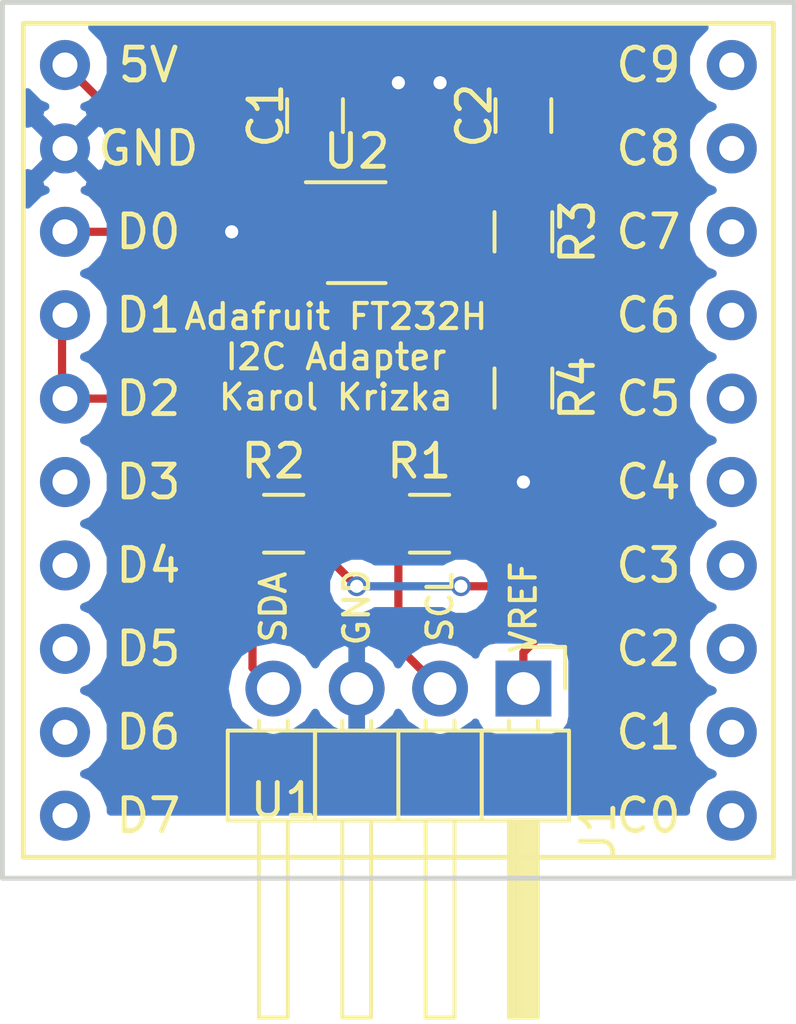
<source format=kicad_pcb>
(kicad_pcb (version 4) (host pcbnew 4.0.6)

  (general
    (links 20)
    (no_connects 0)
    (area 136.449999 78.029999 160.730001 104.850001)
    (thickness 1.6)
    (drawings 9)
    (tracks 50)
    (zones 0)
    (modules 9)
    (nets 7)
  )

  (page A4)
  (layers
    (0 F.Cu signal)
    (31 B.Cu signal)
    (32 B.Adhes user)
    (33 F.Adhes user)
    (34 B.Paste user)
    (35 F.Paste user)
    (36 B.SilkS user)
    (37 F.SilkS user)
    (38 B.Mask user)
    (39 F.Mask user)
    (40 Dwgs.User user)
    (41 Cmts.User user)
    (42 Eco1.User user)
    (43 Eco2.User user)
    (44 Edge.Cuts user)
    (45 Margin user)
    (46 B.CrtYd user)
    (47 F.CrtYd user)
    (48 B.Fab user)
    (49 F.Fab user)
  )

  (setup
    (last_trace_width 0.25)
    (trace_clearance 0.2)
    (zone_clearance 0.508)
    (zone_45_only no)
    (trace_min 0.2)
    (segment_width 0.2)
    (edge_width 0.15)
    (via_size 0.6)
    (via_drill 0.4)
    (via_min_size 0.4)
    (via_min_drill 0.3)
    (uvia_size 0.3)
    (uvia_drill 0.1)
    (uvias_allowed no)
    (uvia_min_size 0.2)
    (uvia_min_drill 0.1)
    (pcb_text_width 0.3)
    (pcb_text_size 1.5 1.5)
    (mod_edge_width 0.15)
    (mod_text_size 1 1)
    (mod_text_width 0.15)
    (pad_size 1.524 1.524)
    (pad_drill 0.762)
    (pad_to_mask_clearance 0.2)
    (aux_axis_origin 0 0)
    (visible_elements FFFFFF7F)
    (pcbplotparams
      (layerselection 0x00030_80000001)
      (usegerberextensions false)
      (excludeedgelayer true)
      (linewidth 0.100000)
      (plotframeref false)
      (viasonmask false)
      (mode 1)
      (useauxorigin false)
      (hpglpennumber 1)
      (hpglpenspeed 20)
      (hpglpendiameter 15)
      (hpglpenoverlay 2)
      (psnegative false)
      (psa4output false)
      (plotreference true)
      (plotvalue true)
      (plotinvisibletext false)
      (padsonsilk false)
      (subtractmaskfromsilk false)
      (outputformat 1)
      (mirror false)
      (drillshape 1)
      (scaleselection 1)
      (outputdirectory ""))
  )

  (net 0 "")
  (net 1 /5V)
  (net 2 GND)
  (net 3 /VREF)
  (net 4 /SCL)
  (net 5 /SDA)
  (net 6 "Net-(R3-Pad2)")

  (net_class Default "This is the default net class."
    (clearance 0.2)
    (trace_width 0.25)
    (via_dia 0.6)
    (via_drill 0.4)
    (uvia_dia 0.3)
    (uvia_drill 0.1)
    (add_net /5V)
    (add_net /SCL)
    (add_net /SDA)
    (add_net /VREF)
    (add_net GND)
    (add_net "Net-(R3-Pad2)")
  )

  (module kk_adafruit:adafruit_ft232h_nohole (layer F.Cu) (tedit 5A4E9F43) (tstamp 5A4EAC2A)
    (at 148.59 105.41)
    (path /5A4E99E0)
    (fp_text reference U1 (at -3.5011 -3.0036) (layer F.SilkS)
      (effects (font (size 1 1) (thickness 0.15)))
    )
    (fp_text value adafruit_ft232h (at 0 -0.5) (layer F.Fab)
      (effects (font (size 1 1) (thickness 0.15)))
    )
    (fp_line (start -11.43 -1.27) (end -11.43 -26.67) (layer F.SilkS) (width 0.15))
    (fp_line (start 11.43 -1.27) (end -11.43 -1.27) (layer F.SilkS) (width 0.15))
    (fp_line (start 11.43 -26.67) (end 11.43 -1.27) (layer F.SilkS) (width 0.15))
    (fp_line (start -11.43 -26.67) (end 11.43 -26.67) (layer F.SilkS) (width 0.15))
    (fp_text user C2 (at 7.62 -7.62) (layer F.SilkS)
      (effects (font (size 1 1) (thickness 0.15)))
    )
    (fp_text user C1 (at 7.62 -5.08) (layer F.SilkS)
      (effects (font (size 1 1) (thickness 0.15)))
    )
    (fp_text user C0 (at 7.62 -2.54) (layer F.SilkS)
      (effects (font (size 1 1) (thickness 0.15)))
    )
    (fp_text user C3 (at 7.62 -10.16) (layer F.SilkS)
      (effects (font (size 1 1) (thickness 0.15)))
    )
    (fp_text user C4 (at 7.62 -12.7) (layer F.SilkS)
      (effects (font (size 1 1) (thickness 0.15)))
    )
    (fp_text user C5 (at 7.62 -15.24) (layer F.SilkS)
      (effects (font (size 1 1) (thickness 0.15)))
    )
    (fp_text user C6 (at 7.62 -17.78) (layer F.SilkS)
      (effects (font (size 1 1) (thickness 0.15)))
    )
    (fp_text user C7 (at 7.62 -20.32) (layer F.SilkS)
      (effects (font (size 1 1) (thickness 0.15)))
    )
    (fp_text user C8 (at 7.62 -22.86) (layer F.SilkS)
      (effects (font (size 1 1) (thickness 0.15)))
    )
    (fp_text user C9 (at 7.62 -25.4) (layer F.SilkS)
      (effects (font (size 1 1) (thickness 0.15)))
    )
    (fp_text user D7 (at -7.62 -2.54) (layer F.SilkS)
      (effects (font (size 1 1) (thickness 0.15)))
    )
    (fp_text user D6 (at -7.62 -5.08) (layer F.SilkS)
      (effects (font (size 1 1) (thickness 0.15)))
    )
    (fp_text user D5 (at -7.62 -7.62) (layer F.SilkS)
      (effects (font (size 1 1) (thickness 0.15)))
    )
    (fp_text user D4 (at -7.62 -10.16) (layer F.SilkS)
      (effects (font (size 1 1) (thickness 0.15)))
    )
    (fp_text user D3 (at -7.62 -12.7) (layer F.SilkS)
      (effects (font (size 1 1) (thickness 0.15)))
    )
    (fp_text user D2 (at -7.62 -15.24) (layer F.SilkS)
      (effects (font (size 1 1) (thickness 0.15)))
    )
    (fp_text user D1 (at -7.62 -17.78) (layer F.SilkS)
      (effects (font (size 1 1) (thickness 0.15)))
    )
    (fp_text user D0 (at -7.62 -20.32) (layer F.SilkS)
      (effects (font (size 1 1) (thickness 0.15)))
    )
    (fp_text user GND (at -7.62 -22.86) (layer F.SilkS)
      (effects (font (size 1 1) (thickness 0.15)))
    )
    (fp_text user 5V (at -7.62 -25.4) (layer F.SilkS)
      (effects (font (size 1 1) (thickness 0.15)))
    )
    (pad 1 thru_hole circle (at -10.16 -25.4) (size 1.524 1.524) (drill 0.762) (layers *.Cu *.Mask)
      (net 1 /5V))
    (pad 2 thru_hole circle (at -10.16 -22.86) (size 1.524 1.524) (drill 0.762) (layers *.Cu *.Mask)
      (net 2 GND))
    (pad 3 thru_hole circle (at -10.16 -20.32) (size 1.524 1.524) (drill 0.762) (layers *.Cu *.Mask)
      (net 4 /SCL))
    (pad 4 thru_hole circle (at -10.16 -17.78) (size 1.524 1.524) (drill 0.762) (layers *.Cu *.Mask)
      (net 5 /SDA))
    (pad 5 thru_hole circle (at -10.16 -15.24) (size 1.524 1.524) (drill 0.762) (layers *.Cu *.Mask)
      (net 5 /SDA))
    (pad 6 thru_hole circle (at -10.16 -12.7) (size 1.524 1.524) (drill 0.762) (layers *.Cu *.Mask))
    (pad 7 thru_hole circle (at -10.16 -10.16) (size 1.524 1.524) (drill 0.762) (layers *.Cu *.Mask))
    (pad 8 thru_hole circle (at -10.16 -7.62) (size 1.524 1.524) (drill 0.762) (layers *.Cu *.Mask))
    (pad 9 thru_hole circle (at -10.16 -5.08) (size 1.524 1.524) (drill 0.762) (layers *.Cu *.Mask))
    (pad 10 thru_hole circle (at -10.16 -2.54) (size 1.524 1.524) (drill 0.762) (layers *.Cu *.Mask))
    (pad 20 thru_hole circle (at 10.16 -25.4) (size 1.524 1.524) (drill 0.762) (layers *.Cu *.Mask))
    (pad 19 thru_hole circle (at 10.16 -22.86) (size 1.524 1.524) (drill 0.762) (layers *.Cu *.Mask))
    (pad 18 thru_hole circle (at 10.16 -20.32) (size 1.524 1.524) (drill 0.762) (layers *.Cu *.Mask))
    (pad 17 thru_hole circle (at 10.16 -17.78) (size 1.524 1.524) (drill 0.762) (layers *.Cu *.Mask))
    (pad 16 thru_hole circle (at 10.16 -15.24) (size 1.524 1.524) (drill 0.762) (layers *.Cu *.Mask))
    (pad 15 thru_hole circle (at 10.16 -12.7) (size 1.524 1.524) (drill 0.762) (layers *.Cu *.Mask))
    (pad 14 thru_hole circle (at 10.16 -10.16) (size 1.524 1.524) (drill 0.762) (layers *.Cu *.Mask))
    (pad 13 thru_hole circle (at 10.16 -7.62) (size 1.524 1.524) (drill 0.762) (layers *.Cu *.Mask))
    (pad 12 thru_hole circle (at 10.16 -5.08) (size 1.524 1.524) (drill 0.762) (layers *.Cu *.Mask))
    (pad 11 thru_hole circle (at 10.16 -2.54) (size 1.524 1.524) (drill 0.762) (layers *.Cu *.Mask))
  )

  (module Capacitors_SMD:C_0805 (layer F.Cu) (tedit 58AA8463) (tstamp 5A4EABD4)
    (at 146.05 81.55 90)
    (descr "Capacitor SMD 0805, reflow soldering, AVX (see smccp.pdf)")
    (tags "capacitor 0805")
    (path /5A4E9B63)
    (attr smd)
    (fp_text reference C1 (at 0 -1.5 90) (layer F.SilkS)
      (effects (font (size 1 1) (thickness 0.15)))
    )
    (fp_text value 1uF (at 0 1.75 90) (layer F.Fab)
      (effects (font (size 1 1) (thickness 0.15)))
    )
    (fp_text user %R (at 0 -1.5 90) (layer F.Fab)
      (effects (font (size 1 1) (thickness 0.15)))
    )
    (fp_line (start -1 0.62) (end -1 -0.62) (layer F.Fab) (width 0.1))
    (fp_line (start 1 0.62) (end -1 0.62) (layer F.Fab) (width 0.1))
    (fp_line (start 1 -0.62) (end 1 0.62) (layer F.Fab) (width 0.1))
    (fp_line (start -1 -0.62) (end 1 -0.62) (layer F.Fab) (width 0.1))
    (fp_line (start 0.5 -0.85) (end -0.5 -0.85) (layer F.SilkS) (width 0.12))
    (fp_line (start -0.5 0.85) (end 0.5 0.85) (layer F.SilkS) (width 0.12))
    (fp_line (start -1.75 -0.88) (end 1.75 -0.88) (layer F.CrtYd) (width 0.05))
    (fp_line (start -1.75 -0.88) (end -1.75 0.87) (layer F.CrtYd) (width 0.05))
    (fp_line (start 1.75 0.87) (end 1.75 -0.88) (layer F.CrtYd) (width 0.05))
    (fp_line (start 1.75 0.87) (end -1.75 0.87) (layer F.CrtYd) (width 0.05))
    (pad 1 smd rect (at -1 0 90) (size 1 1.25) (layers F.Cu F.Paste F.Mask)
      (net 1 /5V))
    (pad 2 smd rect (at 1 0 90) (size 1 1.25) (layers F.Cu F.Paste F.Mask)
      (net 2 GND))
    (model Capacitors_SMD.3dshapes/C_0805.wrl
      (at (xyz 0 0 0))
      (scale (xyz 1 1 1))
      (rotate (xyz 0 0 0))
    )
  )

  (module Capacitors_SMD:C_0805 (layer F.Cu) (tedit 58AA8463) (tstamp 5A4EABDA)
    (at 152.4 81.55 90)
    (descr "Capacitor SMD 0805, reflow soldering, AVX (see smccp.pdf)")
    (tags "capacitor 0805")
    (path /5A4E9BE6)
    (attr smd)
    (fp_text reference C2 (at 0 -1.5 90) (layer F.SilkS)
      (effects (font (size 1 1) (thickness 0.15)))
    )
    (fp_text value 1uF (at 0 1.75 90) (layer F.Fab)
      (effects (font (size 1 1) (thickness 0.15)))
    )
    (fp_text user %R (at 0 -1.5 90) (layer F.Fab)
      (effects (font (size 1 1) (thickness 0.15)))
    )
    (fp_line (start -1 0.62) (end -1 -0.62) (layer F.Fab) (width 0.1))
    (fp_line (start 1 0.62) (end -1 0.62) (layer F.Fab) (width 0.1))
    (fp_line (start 1 -0.62) (end 1 0.62) (layer F.Fab) (width 0.1))
    (fp_line (start -1 -0.62) (end 1 -0.62) (layer F.Fab) (width 0.1))
    (fp_line (start 0.5 -0.85) (end -0.5 -0.85) (layer F.SilkS) (width 0.12))
    (fp_line (start -0.5 0.85) (end 0.5 0.85) (layer F.SilkS) (width 0.12))
    (fp_line (start -1.75 -0.88) (end 1.75 -0.88) (layer F.CrtYd) (width 0.05))
    (fp_line (start -1.75 -0.88) (end -1.75 0.87) (layer F.CrtYd) (width 0.05))
    (fp_line (start 1.75 0.87) (end 1.75 -0.88) (layer F.CrtYd) (width 0.05))
    (fp_line (start 1.75 0.87) (end -1.75 0.87) (layer F.CrtYd) (width 0.05))
    (pad 1 smd rect (at -1 0 90) (size 1 1.25) (layers F.Cu F.Paste F.Mask)
      (net 3 /VREF))
    (pad 2 smd rect (at 1 0 90) (size 1 1.25) (layers F.Cu F.Paste F.Mask)
      (net 2 GND))
    (model Capacitors_SMD.3dshapes/C_0805.wrl
      (at (xyz 0 0 0))
      (scale (xyz 1 1 1))
      (rotate (xyz 0 0 0))
    )
  )

  (module Pin_Headers:Pin_Header_Angled_1x04_Pitch2.54mm (layer F.Cu) (tedit 5862ED52) (tstamp 5A4EABE2)
    (at 152.4 99 270)
    (descr "Through hole angled pin header, 1x04, 2.54mm pitch, 6mm pin length, single row")
    (tags "Through hole angled pin header THT 1x04 2.54mm single row")
    (path /5A4EA345)
    (fp_text reference J1 (at 4.315 -2.27 270) (layer F.SilkS)
      (effects (font (size 1 1) (thickness 0.15)))
    )
    (fp_text value CONN_01X04 (at 4.315 9.89 270) (layer F.Fab)
      (effects (font (size 1 1) (thickness 0.15)))
    )
    (fp_line (start 1.4 -1.27) (end 1.4 1.27) (layer F.Fab) (width 0.1))
    (fp_line (start 1.4 1.27) (end 3.9 1.27) (layer F.Fab) (width 0.1))
    (fp_line (start 3.9 1.27) (end 3.9 -1.27) (layer F.Fab) (width 0.1))
    (fp_line (start 3.9 -1.27) (end 1.4 -1.27) (layer F.Fab) (width 0.1))
    (fp_line (start 0 -0.32) (end 0 0.32) (layer F.Fab) (width 0.1))
    (fp_line (start 0 0.32) (end 9.9 0.32) (layer F.Fab) (width 0.1))
    (fp_line (start 9.9 0.32) (end 9.9 -0.32) (layer F.Fab) (width 0.1))
    (fp_line (start 9.9 -0.32) (end 0 -0.32) (layer F.Fab) (width 0.1))
    (fp_line (start 1.4 1.27) (end 1.4 3.81) (layer F.Fab) (width 0.1))
    (fp_line (start 1.4 3.81) (end 3.9 3.81) (layer F.Fab) (width 0.1))
    (fp_line (start 3.9 3.81) (end 3.9 1.27) (layer F.Fab) (width 0.1))
    (fp_line (start 3.9 1.27) (end 1.4 1.27) (layer F.Fab) (width 0.1))
    (fp_line (start 0 2.22) (end 0 2.86) (layer F.Fab) (width 0.1))
    (fp_line (start 0 2.86) (end 9.9 2.86) (layer F.Fab) (width 0.1))
    (fp_line (start 9.9 2.86) (end 9.9 2.22) (layer F.Fab) (width 0.1))
    (fp_line (start 9.9 2.22) (end 0 2.22) (layer F.Fab) (width 0.1))
    (fp_line (start 1.4 3.81) (end 1.4 6.35) (layer F.Fab) (width 0.1))
    (fp_line (start 1.4 6.35) (end 3.9 6.35) (layer F.Fab) (width 0.1))
    (fp_line (start 3.9 6.35) (end 3.9 3.81) (layer F.Fab) (width 0.1))
    (fp_line (start 3.9 3.81) (end 1.4 3.81) (layer F.Fab) (width 0.1))
    (fp_line (start 0 4.76) (end 0 5.4) (layer F.Fab) (width 0.1))
    (fp_line (start 0 5.4) (end 9.9 5.4) (layer F.Fab) (width 0.1))
    (fp_line (start 9.9 5.4) (end 9.9 4.76) (layer F.Fab) (width 0.1))
    (fp_line (start 9.9 4.76) (end 0 4.76) (layer F.Fab) (width 0.1))
    (fp_line (start 1.4 6.35) (end 1.4 8.89) (layer F.Fab) (width 0.1))
    (fp_line (start 1.4 8.89) (end 3.9 8.89) (layer F.Fab) (width 0.1))
    (fp_line (start 3.9 8.89) (end 3.9 6.35) (layer F.Fab) (width 0.1))
    (fp_line (start 3.9 6.35) (end 1.4 6.35) (layer F.Fab) (width 0.1))
    (fp_line (start 0 7.3) (end 0 7.94) (layer F.Fab) (width 0.1))
    (fp_line (start 0 7.94) (end 9.9 7.94) (layer F.Fab) (width 0.1))
    (fp_line (start 9.9 7.94) (end 9.9 7.3) (layer F.Fab) (width 0.1))
    (fp_line (start 9.9 7.3) (end 0 7.3) (layer F.Fab) (width 0.1))
    (fp_line (start 1.28 -1.39) (end 1.28 1.27) (layer F.SilkS) (width 0.12))
    (fp_line (start 1.28 1.27) (end 4.02 1.27) (layer F.SilkS) (width 0.12))
    (fp_line (start 4.02 1.27) (end 4.02 -1.39) (layer F.SilkS) (width 0.12))
    (fp_line (start 4.02 -1.39) (end 1.28 -1.39) (layer F.SilkS) (width 0.12))
    (fp_line (start 4.02 -0.44) (end 4.02 0.44) (layer F.SilkS) (width 0.12))
    (fp_line (start 4.02 0.44) (end 10.02 0.44) (layer F.SilkS) (width 0.12))
    (fp_line (start 10.02 0.44) (end 10.02 -0.44) (layer F.SilkS) (width 0.12))
    (fp_line (start 10.02 -0.44) (end 4.02 -0.44) (layer F.SilkS) (width 0.12))
    (fp_line (start 0.97 -0.44) (end 1.28 -0.44) (layer F.SilkS) (width 0.12))
    (fp_line (start 0.97 0.44) (end 1.28 0.44) (layer F.SilkS) (width 0.12))
    (fp_line (start 4.02 -0.32) (end 10.02 -0.32) (layer F.SilkS) (width 0.12))
    (fp_line (start 4.02 -0.2) (end 10.02 -0.2) (layer F.SilkS) (width 0.12))
    (fp_line (start 4.02 -0.08) (end 10.02 -0.08) (layer F.SilkS) (width 0.12))
    (fp_line (start 4.02 0.04) (end 10.02 0.04) (layer F.SilkS) (width 0.12))
    (fp_line (start 4.02 0.16) (end 10.02 0.16) (layer F.SilkS) (width 0.12))
    (fp_line (start 4.02 0.28) (end 10.02 0.28) (layer F.SilkS) (width 0.12))
    (fp_line (start 4.02 0.4) (end 10.02 0.4) (layer F.SilkS) (width 0.12))
    (fp_line (start 1.28 1.27) (end 1.28 3.81) (layer F.SilkS) (width 0.12))
    (fp_line (start 1.28 3.81) (end 4.02 3.81) (layer F.SilkS) (width 0.12))
    (fp_line (start 4.02 3.81) (end 4.02 1.27) (layer F.SilkS) (width 0.12))
    (fp_line (start 4.02 1.27) (end 1.28 1.27) (layer F.SilkS) (width 0.12))
    (fp_line (start 4.02 2.1) (end 4.02 2.98) (layer F.SilkS) (width 0.12))
    (fp_line (start 4.02 2.98) (end 10.02 2.98) (layer F.SilkS) (width 0.12))
    (fp_line (start 10.02 2.98) (end 10.02 2.1) (layer F.SilkS) (width 0.12))
    (fp_line (start 10.02 2.1) (end 4.02 2.1) (layer F.SilkS) (width 0.12))
    (fp_line (start 0.97 2.1) (end 1.28 2.1) (layer F.SilkS) (width 0.12))
    (fp_line (start 0.97 2.98) (end 1.28 2.98) (layer F.SilkS) (width 0.12))
    (fp_line (start 1.28 3.81) (end 1.28 6.35) (layer F.SilkS) (width 0.12))
    (fp_line (start 1.28 6.35) (end 4.02 6.35) (layer F.SilkS) (width 0.12))
    (fp_line (start 4.02 6.35) (end 4.02 3.81) (layer F.SilkS) (width 0.12))
    (fp_line (start 4.02 3.81) (end 1.28 3.81) (layer F.SilkS) (width 0.12))
    (fp_line (start 4.02 4.64) (end 4.02 5.52) (layer F.SilkS) (width 0.12))
    (fp_line (start 4.02 5.52) (end 10.02 5.52) (layer F.SilkS) (width 0.12))
    (fp_line (start 10.02 5.52) (end 10.02 4.64) (layer F.SilkS) (width 0.12))
    (fp_line (start 10.02 4.64) (end 4.02 4.64) (layer F.SilkS) (width 0.12))
    (fp_line (start 0.97 4.64) (end 1.28 4.64) (layer F.SilkS) (width 0.12))
    (fp_line (start 0.97 5.52) (end 1.28 5.52) (layer F.SilkS) (width 0.12))
    (fp_line (start 1.28 6.35) (end 1.28 9.01) (layer F.SilkS) (width 0.12))
    (fp_line (start 1.28 9.01) (end 4.02 9.01) (layer F.SilkS) (width 0.12))
    (fp_line (start 4.02 9.01) (end 4.02 6.35) (layer F.SilkS) (width 0.12))
    (fp_line (start 4.02 6.35) (end 1.28 6.35) (layer F.SilkS) (width 0.12))
    (fp_line (start 4.02 7.18) (end 4.02 8.06) (layer F.SilkS) (width 0.12))
    (fp_line (start 4.02 8.06) (end 10.02 8.06) (layer F.SilkS) (width 0.12))
    (fp_line (start 10.02 8.06) (end 10.02 7.18) (layer F.SilkS) (width 0.12))
    (fp_line (start 10.02 7.18) (end 4.02 7.18) (layer F.SilkS) (width 0.12))
    (fp_line (start 0.97 7.18) (end 1.28 7.18) (layer F.SilkS) (width 0.12))
    (fp_line (start 0.97 8.06) (end 1.28 8.06) (layer F.SilkS) (width 0.12))
    (fp_line (start -1.27 0) (end -1.27 -1.27) (layer F.SilkS) (width 0.12))
    (fp_line (start -1.27 -1.27) (end 0 -1.27) (layer F.SilkS) (width 0.12))
    (fp_line (start -1.6 -1.6) (end -1.6 9.2) (layer F.CrtYd) (width 0.05))
    (fp_line (start -1.6 9.2) (end 10.2 9.2) (layer F.CrtYd) (width 0.05))
    (fp_line (start 10.2 9.2) (end 10.2 -1.6) (layer F.CrtYd) (width 0.05))
    (fp_line (start 10.2 -1.6) (end -1.6 -1.6) (layer F.CrtYd) (width 0.05))
    (pad 1 thru_hole rect (at 0 0 270) (size 1.7 1.7) (drill 1) (layers *.Cu *.Mask)
      (net 3 /VREF))
    (pad 2 thru_hole oval (at 0 2.54 270) (size 1.7 1.7) (drill 1) (layers *.Cu *.Mask)
      (net 4 /SCL))
    (pad 3 thru_hole oval (at 0 5.08 270) (size 1.7 1.7) (drill 1) (layers *.Cu *.Mask)
      (net 2 GND))
    (pad 4 thru_hole oval (at 0 7.62 270) (size 1.7 1.7) (drill 1) (layers *.Cu *.Mask)
      (net 5 /SDA))
    (model Pin_Headers.3dshapes/Pin_Header_Angled_1x04_Pitch2.54mm.wrl
      (at (xyz 0 -0.15 0))
      (scale (xyz 1 1 1))
      (rotate (xyz 0 0 90))
    )
  )

  (module Resistors_SMD:R_0805 (layer F.Cu) (tedit 58AADA8F) (tstamp 5A4EABE8)
    (at 149.54 93.98 180)
    (descr "Resistor SMD 0805, reflow soldering, Vishay (see dcrcw.pdf)")
    (tags "resistor 0805")
    (path /5A4EA596)
    (attr smd)
    (fp_text reference R1 (at 0.315 1.905 180) (layer F.SilkS)
      (effects (font (size 1 1) (thickness 0.15)))
    )
    (fp_text value R (at -1.59 1.75 180) (layer F.Fab)
      (effects (font (size 1 1) (thickness 0.15)))
    )
    (fp_text user %R (at 0.315 1.905 180) (layer F.Fab)
      (effects (font (size 1 1) (thickness 0.15)))
    )
    (fp_line (start -1 0.62) (end -1 -0.62) (layer F.Fab) (width 0.1))
    (fp_line (start 1 0.62) (end -1 0.62) (layer F.Fab) (width 0.1))
    (fp_line (start 1 -0.62) (end 1 0.62) (layer F.Fab) (width 0.1))
    (fp_line (start -1 -0.62) (end 1 -0.62) (layer F.Fab) (width 0.1))
    (fp_line (start 0.6 0.88) (end -0.6 0.88) (layer F.SilkS) (width 0.12))
    (fp_line (start -0.6 -0.88) (end 0.6 -0.88) (layer F.SilkS) (width 0.12))
    (fp_line (start -1.55 -0.9) (end 1.55 -0.9) (layer F.CrtYd) (width 0.05))
    (fp_line (start -1.55 -0.9) (end -1.55 0.9) (layer F.CrtYd) (width 0.05))
    (fp_line (start 1.55 0.9) (end 1.55 -0.9) (layer F.CrtYd) (width 0.05))
    (fp_line (start 1.55 0.9) (end -1.55 0.9) (layer F.CrtYd) (width 0.05))
    (pad 1 smd rect (at -0.95 0 180) (size 0.7 1.3) (layers F.Cu F.Paste F.Mask)
      (net 3 /VREF))
    (pad 2 smd rect (at 0.95 0 180) (size 0.7 1.3) (layers F.Cu F.Paste F.Mask)
      (net 4 /SCL))
    (model Resistors_SMD.3dshapes/R_0805.wrl
      (at (xyz 0 0 0))
      (scale (xyz 1 1 1))
      (rotate (xyz 0 0 0))
    )
  )

  (module Resistors_SMD:R_0805 (layer F.Cu) (tedit 58AADA8F) (tstamp 5A4EABEE)
    (at 145.095 93.98 180)
    (descr "Resistor SMD 0805, reflow soldering, Vishay (see dcrcw.pdf)")
    (tags "resistor 0805")
    (path /5A4EA483)
    (attr smd)
    (fp_text reference R2 (at 0.315 1.905 180) (layer F.SilkS)
      (effects (font (size 1 1) (thickness 0.15)))
    )
    (fp_text value R (at -1.59 1.75 180) (layer F.Fab)
      (effects (font (size 1 1) (thickness 0.15)))
    )
    (fp_text user %R (at 0.315 1.905 180) (layer F.Fab)
      (effects (font (size 1 1) (thickness 0.15)))
    )
    (fp_line (start -1 0.62) (end -1 -0.62) (layer F.Fab) (width 0.1))
    (fp_line (start 1 0.62) (end -1 0.62) (layer F.Fab) (width 0.1))
    (fp_line (start 1 -0.62) (end 1 0.62) (layer F.Fab) (width 0.1))
    (fp_line (start -1 -0.62) (end 1 -0.62) (layer F.Fab) (width 0.1))
    (fp_line (start 0.6 0.88) (end -0.6 0.88) (layer F.SilkS) (width 0.12))
    (fp_line (start -0.6 -0.88) (end 0.6 -0.88) (layer F.SilkS) (width 0.12))
    (fp_line (start -1.55 -0.9) (end 1.55 -0.9) (layer F.CrtYd) (width 0.05))
    (fp_line (start -1.55 -0.9) (end -1.55 0.9) (layer F.CrtYd) (width 0.05))
    (fp_line (start 1.55 0.9) (end 1.55 -0.9) (layer F.CrtYd) (width 0.05))
    (fp_line (start 1.55 0.9) (end -1.55 0.9) (layer F.CrtYd) (width 0.05))
    (pad 1 smd rect (at -0.95 0 180) (size 0.7 1.3) (layers F.Cu F.Paste F.Mask)
      (net 3 /VREF))
    (pad 2 smd rect (at 0.95 0 180) (size 0.7 1.3) (layers F.Cu F.Paste F.Mask)
      (net 5 /SDA))
    (model Resistors_SMD.3dshapes/R_0805.wrl
      (at (xyz 0 0 0))
      (scale (xyz 1 1 1))
      (rotate (xyz 0 0 0))
    )
  )

  (module Resistors_SMD:R_0805 (layer F.Cu) (tedit 58AADA8F) (tstamp 5A4EABF4)
    (at 152.4 85.09 270)
    (descr "Resistor SMD 0805, reflow soldering, Vishay (see dcrcw.pdf)")
    (tags "resistor 0805")
    (path /5A4E9C90)
    (attr smd)
    (fp_text reference R3 (at 0 -1.65 270) (layer F.SilkS)
      (effects (font (size 1 1) (thickness 0.15)))
    )
    (fp_text value R (at 0 1.75 270) (layer F.Fab)
      (effects (font (size 1 1) (thickness 0.15)))
    )
    (fp_text user %R (at 0 -1.65 270) (layer F.Fab)
      (effects (font (size 1 1) (thickness 0.15)))
    )
    (fp_line (start -1 0.62) (end -1 -0.62) (layer F.Fab) (width 0.1))
    (fp_line (start 1 0.62) (end -1 0.62) (layer F.Fab) (width 0.1))
    (fp_line (start 1 -0.62) (end 1 0.62) (layer F.Fab) (width 0.1))
    (fp_line (start -1 -0.62) (end 1 -0.62) (layer F.Fab) (width 0.1))
    (fp_line (start 0.6 0.88) (end -0.6 0.88) (layer F.SilkS) (width 0.12))
    (fp_line (start -0.6 -0.88) (end 0.6 -0.88) (layer F.SilkS) (width 0.12))
    (fp_line (start -1.55 -0.9) (end 1.55 -0.9) (layer F.CrtYd) (width 0.05))
    (fp_line (start -1.55 -0.9) (end -1.55 0.9) (layer F.CrtYd) (width 0.05))
    (fp_line (start 1.55 0.9) (end 1.55 -0.9) (layer F.CrtYd) (width 0.05))
    (fp_line (start 1.55 0.9) (end -1.55 0.9) (layer F.CrtYd) (width 0.05))
    (pad 1 smd rect (at -0.95 0 270) (size 0.7 1.3) (layers F.Cu F.Paste F.Mask)
      (net 3 /VREF))
    (pad 2 smd rect (at 0.95 0 270) (size 0.7 1.3) (layers F.Cu F.Paste F.Mask)
      (net 6 "Net-(R3-Pad2)"))
    (model Resistors_SMD.3dshapes/R_0805.wrl
      (at (xyz 0 0 0))
      (scale (xyz 1 1 1))
      (rotate (xyz 0 0 0))
    )
  )

  (module Resistors_SMD:R_0805 (layer F.Cu) (tedit 58AADA8F) (tstamp 5A4EABFA)
    (at 152.4 89.85 270)
    (descr "Resistor SMD 0805, reflow soldering, Vishay (see dcrcw.pdf)")
    (tags "resistor 0805")
    (path /5A4E9CDB)
    (attr smd)
    (fp_text reference R4 (at 0 -1.65 270) (layer F.SilkS)
      (effects (font (size 1 1) (thickness 0.15)))
    )
    (fp_text value R (at 0 1.75 270) (layer F.Fab)
      (effects (font (size 1 1) (thickness 0.15)))
    )
    (fp_text user %R (at 0 -1.65 270) (layer F.Fab)
      (effects (font (size 1 1) (thickness 0.15)))
    )
    (fp_line (start -1 0.62) (end -1 -0.62) (layer F.Fab) (width 0.1))
    (fp_line (start 1 0.62) (end -1 0.62) (layer F.Fab) (width 0.1))
    (fp_line (start 1 -0.62) (end 1 0.62) (layer F.Fab) (width 0.1))
    (fp_line (start -1 -0.62) (end 1 -0.62) (layer F.Fab) (width 0.1))
    (fp_line (start 0.6 0.88) (end -0.6 0.88) (layer F.SilkS) (width 0.12))
    (fp_line (start -0.6 -0.88) (end 0.6 -0.88) (layer F.SilkS) (width 0.12))
    (fp_line (start -1.55 -0.9) (end 1.55 -0.9) (layer F.CrtYd) (width 0.05))
    (fp_line (start -1.55 -0.9) (end -1.55 0.9) (layer F.CrtYd) (width 0.05))
    (fp_line (start 1.55 0.9) (end 1.55 -0.9) (layer F.CrtYd) (width 0.05))
    (fp_line (start 1.55 0.9) (end -1.55 0.9) (layer F.CrtYd) (width 0.05))
    (pad 1 smd rect (at -0.95 0 270) (size 0.7 1.3) (layers F.Cu F.Paste F.Mask)
      (net 6 "Net-(R3-Pad2)"))
    (pad 2 smd rect (at 0.95 0 270) (size 0.7 1.3) (layers F.Cu F.Paste F.Mask)
      (net 2 GND))
    (model Resistors_SMD.3dshapes/R_0805.wrl
      (at (xyz 0 0 0))
      (scale (xyz 1 1 1))
      (rotate (xyz 0 0 0))
    )
  )

  (module TO_SOT_Packages_SMD:TSOT-23-5_HandSoldering (layer F.Cu) (tedit 588357EE) (tstamp 5A4EAC33)
    (at 147.32 85.09)
    (descr "5-pin TSOT23 package, http://cds.linear.com/docs/en/packaging/SOT_5_05-08-1635.pdf")
    (tags "TSOT-23-5 Hand-soldering")
    (path /5A4E9A5B)
    (attr smd)
    (fp_text reference U2 (at 0 -2.45) (layer F.SilkS)
      (effects (font (size 1 1) (thickness 0.15)))
    )
    (fp_text value APD123 (at 0 2.5) (layer F.Fab)
      (effects (font (size 1 1) (thickness 0.15)))
    )
    (fp_line (start -0.88 1.56) (end 0.88 1.56) (layer F.SilkS) (width 0.12))
    (fp_line (start 0.88 -1.51) (end -1.55 -1.51) (layer F.SilkS) (width 0.12))
    (fp_line (start -0.88 -1) (end -0.43 -1.45) (layer F.Fab) (width 0.1))
    (fp_line (start 0.88 -1.45) (end -0.43 -1.45) (layer F.Fab) (width 0.1))
    (fp_line (start -0.88 -1) (end -0.88 1.45) (layer F.Fab) (width 0.1))
    (fp_line (start 0.88 1.45) (end -0.88 1.45) (layer F.Fab) (width 0.1))
    (fp_line (start 0.88 -1.45) (end 0.88 1.45) (layer F.Fab) (width 0.1))
    (fp_line (start -2.96 -1.7) (end 2.96 -1.7) (layer F.CrtYd) (width 0.05))
    (fp_line (start -2.96 -1.7) (end -2.96 1.7) (layer F.CrtYd) (width 0.05))
    (fp_line (start 2.96 1.7) (end 2.96 -1.7) (layer F.CrtYd) (width 0.05))
    (fp_line (start 2.96 1.7) (end -2.96 1.7) (layer F.CrtYd) (width 0.05))
    (pad 1 smd rect (at -1.71 -0.95) (size 2 0.65) (layers F.Cu F.Paste F.Mask)
      (net 1 /5V))
    (pad 2 smd rect (at -1.71 0) (size 2 0.65) (layers F.Cu F.Paste F.Mask)
      (net 2 GND))
    (pad 3 smd rect (at -1.71 0.95) (size 2 0.65) (layers F.Cu F.Paste F.Mask)
      (net 1 /5V))
    (pad 4 smd rect (at 1.71 0.95) (size 2 0.65) (layers F.Cu F.Paste F.Mask)
      (net 6 "Net-(R3-Pad2)"))
    (pad 5 smd rect (at 1.71 -0.95) (size 2 0.65) (layers F.Cu F.Paste F.Mask)
      (net 3 /VREF))
  )

  (gr_line (start 136.525 104.775) (end 136.525 78.105) (layer Edge.Cuts) (width 0.15))
  (gr_line (start 160.655 104.775) (end 136.525 104.775) (layer Edge.Cuts) (width 0.15))
  (gr_line (start 160.655 78.105) (end 160.655 104.775) (layer Edge.Cuts) (width 0.15))
  (gr_line (start 136.525 78.105) (end 160.655 78.105) (layer Edge.Cuts) (width 0.15))
  (gr_text "Adafruit FT232H\nI2C Adapter\nKarol Krizka" (at 146.685 88.9) (layer F.SilkS)
    (effects (font (size 0.762 0.762) (thickness 0.127)))
  )
  (gr_text SDA (at 144.78 96.52 90) (layer F.SilkS) (tstamp 5A4EB152)
    (effects (font (size 0.762 0.762) (thickness 0.127)))
  )
  (gr_text GND (at 147.32 96.52 90) (layer F.SilkS) (tstamp 5A4EB151)
    (effects (font (size 0.762 0.762) (thickness 0.127)))
  )
  (gr_text SCL (at 149.86 96.52 90) (layer F.SilkS) (tstamp 5A4EB150)
    (effects (font (size 0.762 0.762) (thickness 0.127)))
  )
  (gr_text VREF (at 152.4 96.52 90) (layer F.SilkS)
    (effects (font (size 0.762 0.762) (thickness 0.127)))
  )

  (segment (start 145.61 86.04) (end 143.534998 86.04) (width 0.25) (layer F.Cu) (net 1))
  (segment (start 143.534998 86.04) (end 142.56 85.065002) (width 0.25) (layer F.Cu) (net 1))
  (segment (start 142.56 85.065002) (end 142.56 84.14) (width 0.25) (layer F.Cu) (net 1))
  (segment (start 138.43 80.01) (end 142.56 84.14) (width 0.25) (layer F.Cu) (net 1))
  (segment (start 142.56 84.14) (end 145.61 84.14) (width 0.25) (layer F.Cu) (net 1))
  (segment (start 145.61 84.14) (end 145.61 82.99) (width 0.25) (layer F.Cu) (net 1))
  (segment (start 145.61 82.99) (end 146.05 82.55) (width 0.25) (layer F.Cu) (net 1))
  (segment (start 145.925 82.55) (end 146.05 82.55) (width 0.25) (layer F.Cu) (net 1))
  (segment (start 145.61 85.09) (end 143.51 85.09) (width 0.25) (layer F.Cu) (net 2))
  (via (at 143.51 85.09) (size 0.6) (drill 0.4) (layers F.Cu B.Cu) (net 2))
  (segment (start 149.86 80.55) (end 148.59 80.55) (width 0.25) (layer F.Cu) (net 2))
  (segment (start 151.525 80.55) (end 149.86 80.55) (width 0.25) (layer F.Cu) (net 2))
  (via (at 149.86 80.55) (size 0.6) (drill 0.4) (layers F.Cu B.Cu) (net 2))
  (segment (start 148.59 80.55) (end 146.05 80.55) (width 0.25) (layer F.Cu) (net 2))
  (via (at 148.59 80.55) (size 0.6) (drill 0.4) (layers F.Cu B.Cu) (net 2))
  (segment (start 152.4 80.55) (end 151.525 80.55) (width 0.25) (layer F.Cu) (net 2))
  (segment (start 152.4 90.8) (end 152.4 92.71) (width 0.25) (layer F.Cu) (net 2))
  (via (at 152.4 92.71) (size 0.6) (drill 0.4) (layers F.Cu B.Cu) (net 2))
  (segment (start 152.4 97.9) (end 154.415 95.885) (width 0.25) (layer F.Cu) (net 3))
  (segment (start 154.415 95.885) (end 154.94 95.36) (width 0.25) (layer F.Cu) (net 3))
  (segment (start 150.495 95.885) (end 154.415 95.885) (width 0.25) (layer F.Cu) (net 3))
  (segment (start 147.32 95.885) (end 150.495 95.885) (width 0.25) (layer B.Cu) (net 3))
  (via (at 150.495 95.885) (size 0.6) (drill 0.4) (layers F.Cu B.Cu) (net 3))
  (segment (start 146.045 93.98) (end 146.045 94.61) (width 0.25) (layer F.Cu) (net 3))
  (segment (start 146.045 94.61) (end 147.32 95.885) (width 0.25) (layer F.Cu) (net 3))
  (via (at 147.32 95.885) (size 0.6) (drill 0.4) (layers F.Cu B.Cu) (net 3))
  (segment (start 154.94 95.36) (end 154.94 93.98) (width 0.25) (layer F.Cu) (net 3))
  (segment (start 154.94 93.98) (end 154.94 86.38) (width 0.25) (layer F.Cu) (net 3))
  (segment (start 150.49 93.98) (end 154.94 93.98) (width 0.25) (layer F.Cu) (net 3))
  (segment (start 146.045 93.455998) (end 146.045 93.98) (width 0.25) (layer F.Cu) (net 3))
  (segment (start 146.05 93.450998) (end 146.045 93.455998) (width 0.25) (layer F.Cu) (net 3))
  (segment (start 154.94 86.38) (end 152.7 84.14) (width 0.25) (layer F.Cu) (net 3))
  (segment (start 152.7 84.14) (end 152.4 84.14) (width 0.25) (layer F.Cu) (net 3))
  (segment (start 152.4 99) (end 152.4 97.9) (width 0.25) (layer F.Cu) (net 3))
  (segment (start 152.4 82.55) (end 152.4 84.14) (width 0.25) (layer F.Cu) (net 3))
  (segment (start 149.03 84.14) (end 152.4 84.14) (width 0.25) (layer F.Cu) (net 3))
  (segment (start 149.03 84.14) (end 148.355 84.14) (width 0.25) (layer F.Cu) (net 3))
  (segment (start 148.59 93.98) (end 148.59 97.73) (width 0.25) (layer F.Cu) (net 4))
  (segment (start 148.59 97.73) (end 149.86 99) (width 0.25) (layer F.Cu) (net 4))
  (segment (start 138.43 85.09) (end 140 85.09) (width 0.25) (layer F.Cu) (net 4))
  (segment (start 140 85.09) (end 148.59 93.68) (width 0.25) (layer F.Cu) (net 4))
  (segment (start 148.59 93.68) (end 148.59 93.98) (width 0.25) (layer F.Cu) (net 4))
  (segment (start 144.145 93.98) (end 144.145 98.365) (width 0.25) (layer F.Cu) (net 5))
  (segment (start 144.145 98.365) (end 144.78 99) (width 0.25) (layer F.Cu) (net 5))
  (segment (start 138.43 90.17) (end 140.635 90.17) (width 0.25) (layer F.Cu) (net 5))
  (segment (start 140.635 90.17) (end 144.145 93.68) (width 0.25) (layer F.Cu) (net 5))
  (segment (start 144.145 93.68) (end 144.145 93.98) (width 0.25) (layer F.Cu) (net 5))
  (segment (start 138.3411 87.2236) (end 138.3411 89.7636) (width 0.25) (layer F.Cu) (net 5))
  (segment (start 152.4 86.04) (end 152.4 88.9) (width 0.25) (layer F.Cu) (net 6))
  (segment (start 149.03 86.04) (end 152.4 86.04) (width 0.25) (layer F.Cu) (net 6))

  (zone (net 2) (net_name GND) (layer B.Cu) (tstamp 0) (hatch edge 0.508)
    (connect_pads (clearance 0.508))
    (min_thickness 0.254)
    (fill yes (arc_segments 16) (thermal_gap 0.508) (thermal_bridge_width 0.508))
    (polygon
      (pts
        (xy 137.16 78.74) (xy 160.02 78.74) (xy 160.02 102.87) (xy 137.16 102.87)
      )
    )
    (filled_polygon
      (pts
        (xy 157.566371 79.21763) (xy 157.353243 79.7309) (xy 157.352758 80.286661) (xy 157.56499 80.800303) (xy 157.95763 81.193629)
        (xy 158.165512 81.279949) (xy 157.959697 81.36499) (xy 157.566371 81.75763) (xy 157.353243 82.2709) (xy 157.352758 82.826661)
        (xy 157.56499 83.340303) (xy 157.95763 83.733629) (xy 158.165512 83.819949) (xy 157.959697 83.90499) (xy 157.566371 84.29763)
        (xy 157.353243 84.8109) (xy 157.352758 85.366661) (xy 157.56499 85.880303) (xy 157.95763 86.273629) (xy 158.165512 86.359949)
        (xy 157.959697 86.44499) (xy 157.566371 86.83763) (xy 157.353243 87.3509) (xy 157.352758 87.906661) (xy 157.56499 88.420303)
        (xy 157.95763 88.813629) (xy 158.165512 88.899949) (xy 157.959697 88.98499) (xy 157.566371 89.37763) (xy 157.353243 89.8909)
        (xy 157.352758 90.446661) (xy 157.56499 90.960303) (xy 157.95763 91.353629) (xy 158.165512 91.439949) (xy 157.959697 91.52499)
        (xy 157.566371 91.91763) (xy 157.353243 92.4309) (xy 157.352758 92.986661) (xy 157.56499 93.500303) (xy 157.95763 93.893629)
        (xy 158.165512 93.979949) (xy 157.959697 94.06499) (xy 157.566371 94.45763) (xy 157.353243 94.9709) (xy 157.352758 95.526661)
        (xy 157.56499 96.040303) (xy 157.95763 96.433629) (xy 158.165512 96.519949) (xy 157.959697 96.60499) (xy 157.566371 96.99763)
        (xy 157.353243 97.5109) (xy 157.352758 98.066661) (xy 157.56499 98.580303) (xy 157.95763 98.973629) (xy 158.165512 99.059949)
        (xy 157.959697 99.14499) (xy 157.566371 99.53763) (xy 157.353243 100.0509) (xy 157.352758 100.606661) (xy 157.56499 101.120303)
        (xy 157.95763 101.513629) (xy 158.165512 101.599949) (xy 157.959697 101.68499) (xy 157.566371 102.07763) (xy 157.353243 102.5909)
        (xy 157.35311 102.743) (xy 139.827111 102.743) (xy 139.827242 102.593339) (xy 139.61501 102.079697) (xy 139.22237 101.686371)
        (xy 139.014488 101.600051) (xy 139.220303 101.51501) (xy 139.613629 101.12237) (xy 139.826757 100.6091) (xy 139.827242 100.053339)
        (xy 139.61501 99.539697) (xy 139.22237 99.146371) (xy 139.014488 99.060051) (xy 139.220303 98.97501) (xy 139.224413 98.970907)
        (xy 143.295 98.970907) (xy 143.295 99.029093) (xy 143.408039 99.597378) (xy 143.729946 100.079147) (xy 144.211715 100.401054)
        (xy 144.78 100.514093) (xy 145.348285 100.401054) (xy 145.830054 100.079147) (xy 146.057702 99.738447) (xy 146.124817 99.881358)
        (xy 146.553076 100.271645) (xy 146.96311 100.441476) (xy 147.193 100.320155) (xy 147.193 99.127) (xy 147.173 99.127)
        (xy 147.173 98.873) (xy 147.193 98.873) (xy 147.193 97.679845) (xy 147.447 97.679845) (xy 147.447 98.873)
        (xy 147.467 98.873) (xy 147.467 99.127) (xy 147.447 99.127) (xy 147.447 100.320155) (xy 147.67689 100.441476)
        (xy 148.086924 100.271645) (xy 148.515183 99.881358) (xy 148.582298 99.738447) (xy 148.809946 100.079147) (xy 149.291715 100.401054)
        (xy 149.86 100.514093) (xy 150.428285 100.401054) (xy 150.910054 100.079147) (xy 150.93785 100.037548) (xy 150.946838 100.085317)
        (xy 151.08591 100.301441) (xy 151.29811 100.446431) (xy 151.55 100.49744) (xy 153.25 100.49744) (xy 153.485317 100.453162)
        (xy 153.701441 100.31409) (xy 153.846431 100.10189) (xy 153.89744 99.85) (xy 153.89744 98.15) (xy 153.853162 97.914683)
        (xy 153.71409 97.698559) (xy 153.50189 97.553569) (xy 153.25 97.50256) (xy 151.55 97.50256) (xy 151.314683 97.546838)
        (xy 151.098559 97.68591) (xy 150.953569 97.89811) (xy 150.939914 97.965541) (xy 150.910054 97.920853) (xy 150.428285 97.598946)
        (xy 149.86 97.485907) (xy 149.291715 97.598946) (xy 148.809946 97.920853) (xy 148.582298 98.261553) (xy 148.515183 98.118642)
        (xy 148.086924 97.728355) (xy 147.67689 97.558524) (xy 147.447 97.679845) (xy 147.193 97.679845) (xy 146.96311 97.558524)
        (xy 146.553076 97.728355) (xy 146.124817 98.118642) (xy 146.057702 98.261553) (xy 145.830054 97.920853) (xy 145.348285 97.598946)
        (xy 144.78 97.485907) (xy 144.211715 97.598946) (xy 143.729946 97.920853) (xy 143.408039 98.402622) (xy 143.295 98.970907)
        (xy 139.224413 98.970907) (xy 139.613629 98.58237) (xy 139.826757 98.0691) (xy 139.827242 97.513339) (xy 139.61501 96.999697)
        (xy 139.22237 96.606371) (xy 139.014488 96.520051) (xy 139.220303 96.43501) (xy 139.585783 96.070167) (xy 146.384838 96.070167)
        (xy 146.526883 96.413943) (xy 146.789673 96.677192) (xy 147.133201 96.819838) (xy 147.505167 96.820162) (xy 147.848943 96.678117)
        (xy 147.882118 96.645) (xy 149.932537 96.645) (xy 149.964673 96.677192) (xy 150.308201 96.819838) (xy 150.680167 96.820162)
        (xy 151.023943 96.678117) (xy 151.287192 96.415327) (xy 151.429838 96.071799) (xy 151.430162 95.699833) (xy 151.288117 95.356057)
        (xy 151.025327 95.092808) (xy 150.681799 94.950162) (xy 150.309833 94.949838) (xy 149.966057 95.091883) (xy 149.932882 95.125)
        (xy 147.882463 95.125) (xy 147.850327 95.092808) (xy 147.506799 94.950162) (xy 147.134833 94.949838) (xy 146.791057 95.091883)
        (xy 146.527808 95.354673) (xy 146.385162 95.698201) (xy 146.384838 96.070167) (xy 139.585783 96.070167) (xy 139.613629 96.04237)
        (xy 139.826757 95.5291) (xy 139.827242 94.973339) (xy 139.61501 94.459697) (xy 139.22237 94.066371) (xy 139.014488 93.980051)
        (xy 139.220303 93.89501) (xy 139.613629 93.50237) (xy 139.826757 92.9891) (xy 139.827242 92.433339) (xy 139.61501 91.919697)
        (xy 139.22237 91.526371) (xy 139.014488 91.440051) (xy 139.220303 91.35501) (xy 139.613629 90.96237) (xy 139.826757 90.4491)
        (xy 139.827242 89.893339) (xy 139.61501 89.379697) (xy 139.22237 88.986371) (xy 139.014488 88.900051) (xy 139.220303 88.81501)
        (xy 139.613629 88.42237) (xy 139.826757 87.9091) (xy 139.827242 87.353339) (xy 139.61501 86.839697) (xy 139.22237 86.446371)
        (xy 139.014488 86.360051) (xy 139.220303 86.27501) (xy 139.613629 85.88237) (xy 139.826757 85.3691) (xy 139.827242 84.813339)
        (xy 139.61501 84.299697) (xy 139.22237 83.906371) (xy 139.030273 83.826605) (xy 139.161143 83.772397) (xy 139.230608 83.530213)
        (xy 138.43 82.729605) (xy 137.629392 83.530213) (xy 137.698857 83.772397) (xy 137.839318 83.822509) (xy 137.639697 83.90499)
        (xy 137.287 84.257072) (xy 137.287 83.303916) (xy 137.449787 83.350608) (xy 138.250395 82.55) (xy 138.609605 82.55)
        (xy 139.410213 83.350608) (xy 139.652397 83.281143) (xy 139.839144 82.757698) (xy 139.811362 82.202632) (xy 139.652397 81.818857)
        (xy 139.410213 81.749392) (xy 138.609605 82.55) (xy 138.250395 82.55) (xy 137.449787 81.749392) (xy 137.287 81.796084)
        (xy 137.287 80.842386) (xy 137.63763 81.193629) (xy 137.829727 81.273395) (xy 137.698857 81.327603) (xy 137.629392 81.569787)
        (xy 138.43 82.370395) (xy 139.230608 81.569787) (xy 139.161143 81.327603) (xy 139.020682 81.277491) (xy 139.220303 81.19501)
        (xy 139.613629 80.80237) (xy 139.826757 80.2891) (xy 139.827242 79.733339) (xy 139.61501 79.219697) (xy 139.262928 78.867)
        (xy 157.917614 78.867)
      )
    )
  )
)

</source>
